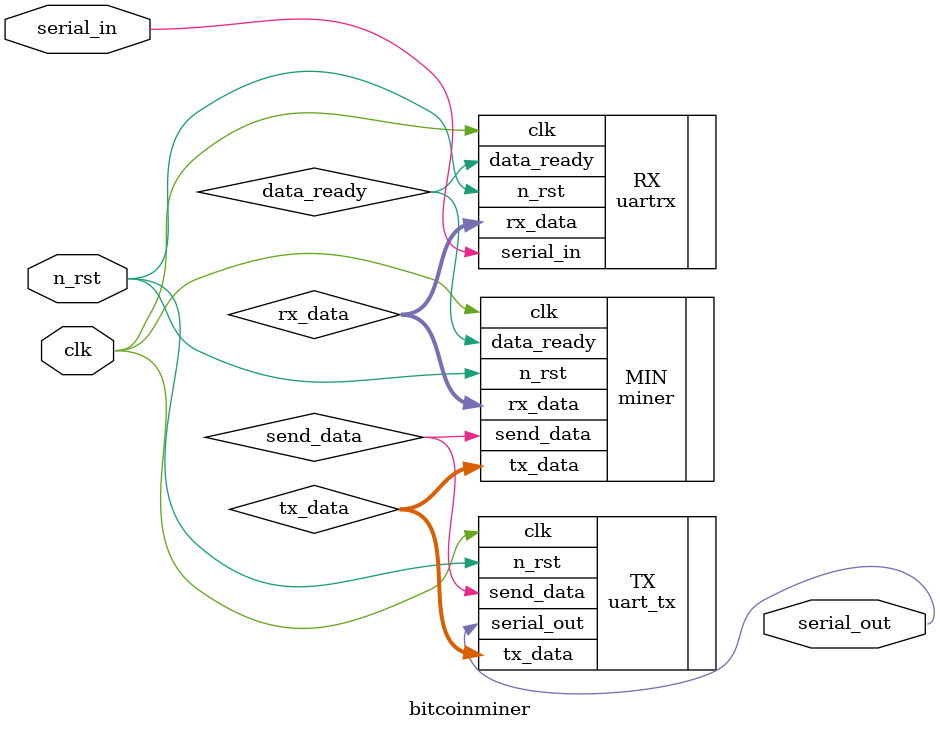
<source format=sv>
module bitcoinminer
#(
  CORES = 1
)
(
  input wire clk,
  input wire n_rst,
  input wire serial_in,
  output wire serial_out
);
  logic [863:0] rx_data;
  logic data_ready;
  logic [287:0] tx_data;
  logic send_data;
  uart_tx TX(.clk(clk),.n_rst(n_rst),.tx_data(tx_data),.send_data(send_data),.serial_out(serial_out));
  uartrx RX(.clk(clk),.n_rst(n_rst),.serial_in(serial_in),.rx_data(rx_data),.data_ready(data_ready));
  miner MIN(.clk(clk),.n_rst(n_rst),.rx_data(rx_data),.data_ready(data_ready), .send_data(send_data), .tx_data(tx_data));
endmodule
</source>
